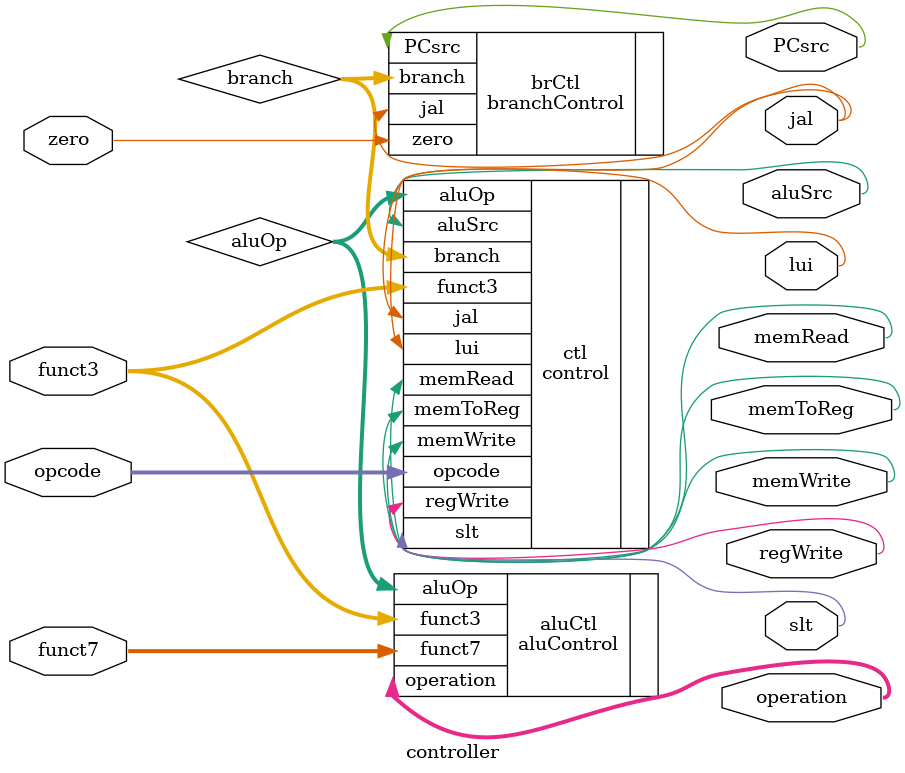
<source format=v>
module controller (PCsrc,
						 slt,
						 lui,
						 jal,
						 memToReg,
						 memWrite,
						 memRead,
						 operation,
						 aluSrc,
						 regWrite,
						 opcode,
						 funct3,
						 funct7,
						 zero
						 );
						 
	output PCsrc;
	output slt;
	output lui;
	output jal;
	output memToReg;
	output memWrite;
	output memRead;
	output [3:0] operation;
	output aluSrc;
	output regWrite;
	
	input [6:0] opcode;
	input [2:0] funct3;
	input [6:0] funct7;
	input zero;
	
	wire [1:0] branch;
	wire [1:0] aluOp;
	
	control ctl( .branch(branch),
					 .slt(slt),
					 .lui(lui),
					 .jal(jal),
					 .memToReg(memToReg),
					 .memWrite(memWrite),
					 .memRead(memRead),
					 .aluOp(aluOp),
					 .aluSrc(aluSrc),
					 .regWrite(regWrite),
					 .opcode(opcode),
					 .funct3(funct3)
					 );
			 
	aluControl aluCtl(.operation(operation),
							.aluOp(aluOp),
							.funct3(funct3),
							.funct7(funct7)
							);
					
	branchControl brCtl ( .PCsrc(PCsrc),
								 .branch(branch),
								 .jal(jal),
								 .zero(zero)
								 );
endmodule 
</source>
